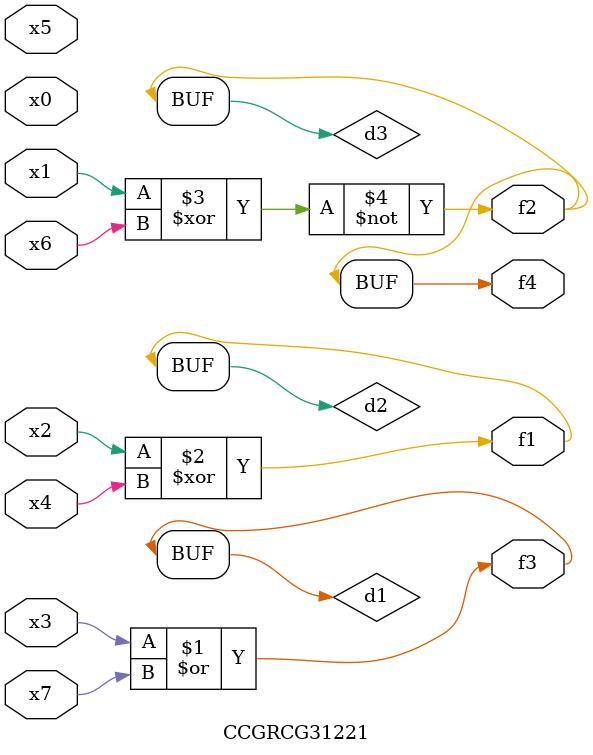
<source format=v>
module CCGRCG31221(
	input x0, x1, x2, x3, x4, x5, x6, x7,
	output f1, f2, f3, f4
);

	wire d1, d2, d3;

	or (d1, x3, x7);
	xor (d2, x2, x4);
	xnor (d3, x1, x6);
	assign f1 = d2;
	assign f2 = d3;
	assign f3 = d1;
	assign f4 = d3;
endmodule

</source>
